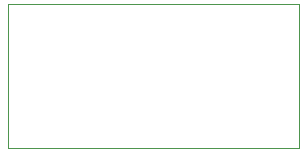
<source format=gbr>
%TF.GenerationSoftware,KiCad,Pcbnew,(5.1.6)-1*%
%TF.CreationDate,2022-10-11T15:49:11-07:00*%
%TF.ProjectId,DIP8_Adapter_A,44495038-5f41-4646-9170-7465725f412e,rev?*%
%TF.SameCoordinates,Original*%
%TF.FileFunction,Profile,NP*%
%FSLAX46Y46*%
G04 Gerber Fmt 4.6, Leading zero omitted, Abs format (unit mm)*
G04 Created by KiCad (PCBNEW (5.1.6)-1) date 2022-10-11 15:49:11*
%MOMM*%
%LPD*%
G01*
G04 APERTURE LIST*
%TA.AperFunction,Profile*%
%ADD10C,0.050000*%
%TD*%
G04 APERTURE END LIST*
D10*
X151130000Y-90424000D02*
X175768000Y-90424000D01*
X151130000Y-102616000D02*
X151130000Y-90424000D01*
X175768000Y-102616000D02*
X151130000Y-102616000D01*
X175768000Y-90424000D02*
X175768000Y-102616000D01*
M02*

</source>
